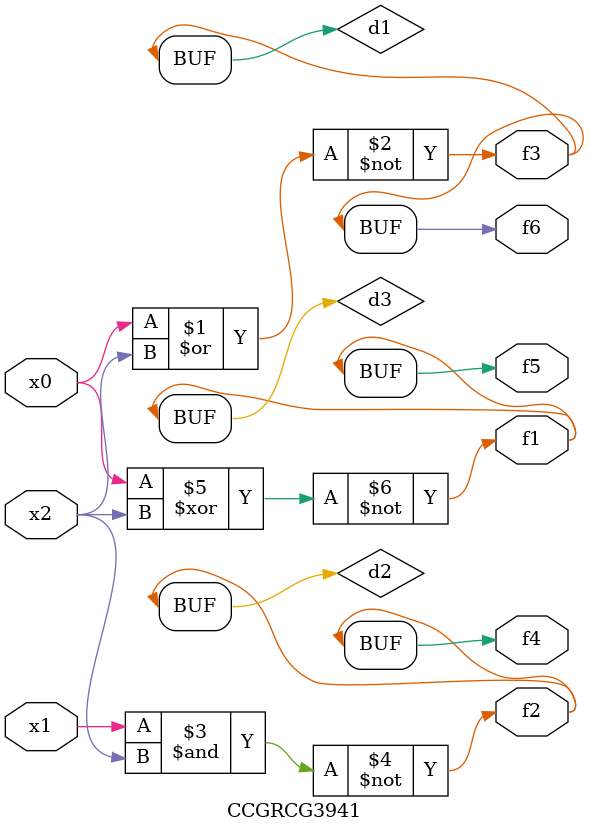
<source format=v>
module CCGRCG3941(
	input x0, x1, x2,
	output f1, f2, f3, f4, f5, f6
);

	wire d1, d2, d3;

	nor (d1, x0, x2);
	nand (d2, x1, x2);
	xnor (d3, x0, x2);
	assign f1 = d3;
	assign f2 = d2;
	assign f3 = d1;
	assign f4 = d2;
	assign f5 = d3;
	assign f6 = d1;
endmodule

</source>
